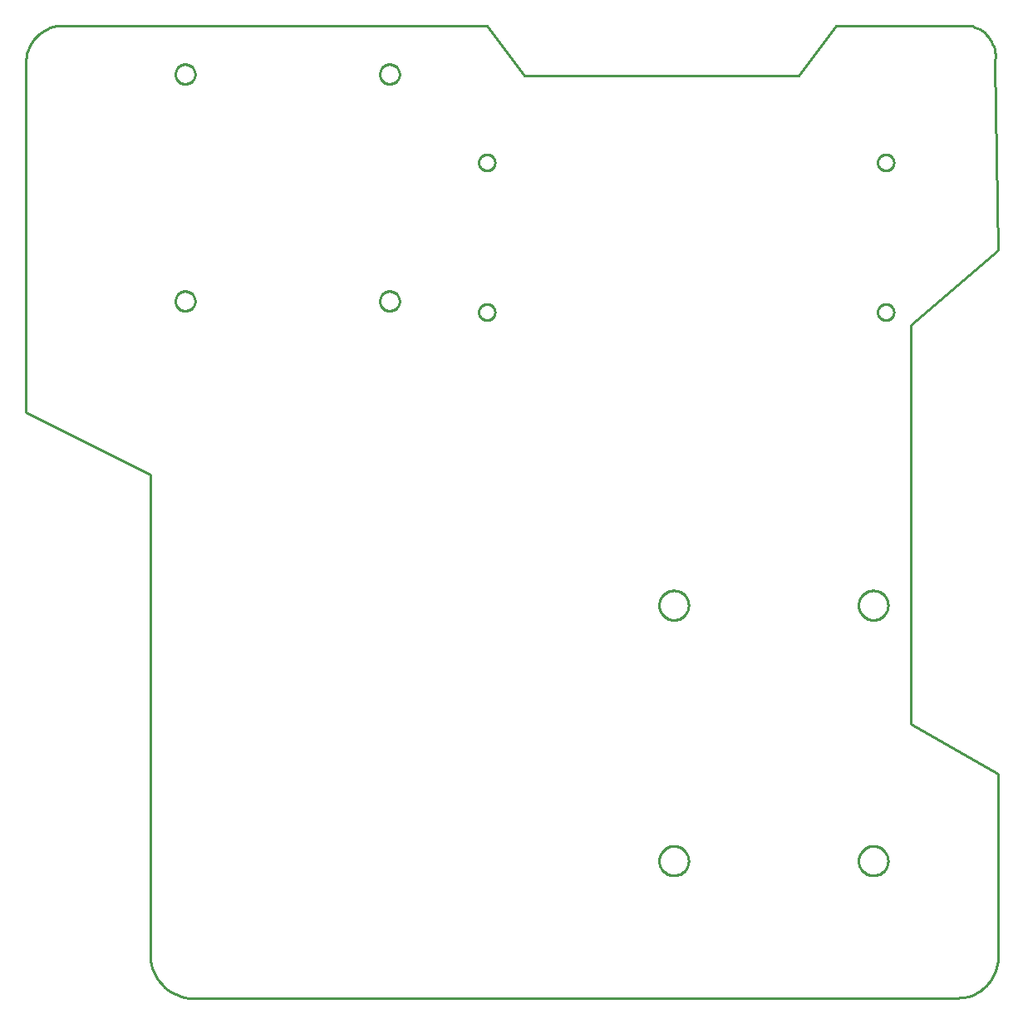
<source format=gbr>
G04 EAGLE Gerber X2 export*
%TF.Part,Single*%
%TF.FileFunction,Profile,NP*%
%TF.FilePolarity,Positive*%
%TF.GenerationSoftware,Autodesk,EAGLE,8.6.3*%
%TF.CreationDate,2019-03-08T18:13:08Z*%
G75*
%MOMM*%
%FSLAX34Y34*%
%LPD*%
%AMOC8*
5,1,8,0,0,1.08239X$1,22.5*%
G01*
%ADD10C,0.254000*%


D10*
X0Y596900D02*
X127000Y533400D01*
X127000Y38100D01*
X127723Y34250D01*
X128778Y30478D01*
X130158Y26812D01*
X131853Y23280D01*
X133848Y19910D01*
X136130Y16726D01*
X138681Y13753D01*
X141481Y11014D01*
X144509Y8529D01*
X147742Y6318D01*
X151156Y4396D01*
X154724Y2780D01*
X158420Y1481D01*
X162214Y509D01*
X166079Y-129D01*
X169985Y-427D01*
X173902Y-384D01*
X177800Y0D01*
X949200Y0D01*
X952808Y158D01*
X956389Y629D01*
X959915Y1411D01*
X963360Y2497D01*
X966696Y3879D01*
X969900Y5547D01*
X972946Y7487D01*
X975811Y9686D01*
X978474Y12126D01*
X980914Y14789D01*
X983113Y17654D01*
X985053Y20700D01*
X986721Y23904D01*
X988103Y27240D01*
X989189Y30685D01*
X989971Y34211D01*
X990442Y37792D01*
X990600Y41400D01*
X990600Y228600D01*
X901700Y279400D01*
X901700Y685800D01*
X990600Y762000D01*
X987300Y952400D01*
X987732Y955200D01*
X987919Y958027D01*
X987858Y960860D01*
X987551Y963676D01*
X987000Y966455D01*
X986208Y969176D01*
X985182Y971817D01*
X983930Y974358D01*
X982461Y976781D01*
X980787Y979067D01*
X978920Y981198D01*
X976874Y983158D01*
X974665Y984932D01*
X972310Y986507D01*
X969827Y987871D01*
X967234Y989013D01*
X964552Y989925D01*
X961800Y990600D01*
X825500Y990600D01*
X787400Y939800D01*
X508000Y939800D01*
X469900Y990600D01*
X38100Y990500D01*
X34779Y990355D01*
X31484Y989921D01*
X28239Y989202D01*
X25069Y988202D01*
X21998Y986930D01*
X19050Y985396D01*
X16247Y983610D01*
X13610Y981586D01*
X11159Y979341D01*
X8914Y976890D01*
X6890Y974253D01*
X5104Y971450D01*
X3570Y968502D01*
X2298Y965431D01*
X1298Y962261D01*
X579Y959016D01*
X145Y955721D01*
X0Y952400D01*
X0Y596900D01*
X868045Y698906D02*
X868125Y699713D01*
X868283Y700508D01*
X868518Y701284D01*
X868829Y702034D01*
X869211Y702749D01*
X869662Y703423D01*
X870176Y704050D01*
X870750Y704624D01*
X871377Y705138D01*
X872051Y705589D01*
X872766Y705971D01*
X873516Y706282D01*
X874292Y706517D01*
X875087Y706676D01*
X875894Y706755D01*
X876706Y706755D01*
X877513Y706676D01*
X878308Y706517D01*
X879084Y706282D01*
X879834Y705971D01*
X880549Y705589D01*
X881223Y705138D01*
X881850Y704624D01*
X882424Y704050D01*
X882938Y703423D01*
X883389Y702749D01*
X883771Y702034D01*
X884082Y701284D01*
X884317Y700508D01*
X884476Y699713D01*
X884555Y698906D01*
X884555Y698094D01*
X884476Y697287D01*
X884317Y696492D01*
X884082Y695716D01*
X883771Y694966D01*
X883389Y694251D01*
X882938Y693577D01*
X882424Y692950D01*
X881850Y692376D01*
X881223Y691862D01*
X880549Y691411D01*
X879834Y691029D01*
X879084Y690718D01*
X878308Y690483D01*
X877513Y690325D01*
X876706Y690245D01*
X875894Y690245D01*
X875087Y690325D01*
X874292Y690483D01*
X873516Y690718D01*
X872766Y691029D01*
X872051Y691411D01*
X871377Y691862D01*
X870750Y692376D01*
X870176Y692950D01*
X869662Y693577D01*
X869211Y694251D01*
X868829Y694966D01*
X868518Y695716D01*
X868283Y696492D01*
X868125Y697287D01*
X868045Y698094D01*
X868045Y698906D01*
X868045Y851306D02*
X868125Y852113D01*
X868283Y852908D01*
X868518Y853684D01*
X868829Y854434D01*
X869211Y855149D01*
X869662Y855823D01*
X870176Y856450D01*
X870750Y857024D01*
X871377Y857538D01*
X872051Y857989D01*
X872766Y858371D01*
X873516Y858682D01*
X874292Y858917D01*
X875087Y859076D01*
X875894Y859155D01*
X876706Y859155D01*
X877513Y859076D01*
X878308Y858917D01*
X879084Y858682D01*
X879834Y858371D01*
X880549Y857989D01*
X881223Y857538D01*
X881850Y857024D01*
X882424Y856450D01*
X882938Y855823D01*
X883389Y855149D01*
X883771Y854434D01*
X884082Y853684D01*
X884317Y852908D01*
X884476Y852113D01*
X884555Y851306D01*
X884555Y850494D01*
X884476Y849687D01*
X884317Y848892D01*
X884082Y848116D01*
X883771Y847366D01*
X883389Y846651D01*
X882938Y845977D01*
X882424Y845350D01*
X881850Y844776D01*
X881223Y844262D01*
X880549Y843811D01*
X879834Y843429D01*
X879084Y843118D01*
X878308Y842883D01*
X877513Y842725D01*
X876706Y842645D01*
X875894Y842645D01*
X875087Y842725D01*
X874292Y842883D01*
X873516Y843118D01*
X872766Y843429D01*
X872051Y843811D01*
X871377Y844262D01*
X870750Y844776D01*
X870176Y845350D01*
X869662Y845977D01*
X869211Y846651D01*
X868829Y847366D01*
X868518Y848116D01*
X868283Y848892D01*
X868125Y849687D01*
X868045Y850494D01*
X868045Y851306D01*
X461645Y851306D02*
X461725Y852113D01*
X461883Y852908D01*
X462118Y853684D01*
X462429Y854434D01*
X462811Y855149D01*
X463262Y855823D01*
X463776Y856450D01*
X464350Y857024D01*
X464977Y857538D01*
X465651Y857989D01*
X466366Y858371D01*
X467116Y858682D01*
X467892Y858917D01*
X468687Y859076D01*
X469494Y859155D01*
X470306Y859155D01*
X471113Y859076D01*
X471908Y858917D01*
X472684Y858682D01*
X473434Y858371D01*
X474149Y857989D01*
X474823Y857538D01*
X475450Y857024D01*
X476024Y856450D01*
X476538Y855823D01*
X476989Y855149D01*
X477371Y854434D01*
X477682Y853684D01*
X477917Y852908D01*
X478076Y852113D01*
X478155Y851306D01*
X478155Y850494D01*
X478076Y849687D01*
X477917Y848892D01*
X477682Y848116D01*
X477371Y847366D01*
X476989Y846651D01*
X476538Y845977D01*
X476024Y845350D01*
X475450Y844776D01*
X474823Y844262D01*
X474149Y843811D01*
X473434Y843429D01*
X472684Y843118D01*
X471908Y842883D01*
X471113Y842725D01*
X470306Y842645D01*
X469494Y842645D01*
X468687Y842725D01*
X467892Y842883D01*
X467116Y843118D01*
X466366Y843429D01*
X465651Y843811D01*
X464977Y844262D01*
X464350Y844776D01*
X463776Y845350D01*
X463262Y845977D01*
X462811Y846651D01*
X462429Y847366D01*
X462118Y848116D01*
X461883Y848892D01*
X461725Y849687D01*
X461645Y850494D01*
X461645Y851306D01*
X461645Y698906D02*
X461725Y699713D01*
X461883Y700508D01*
X462118Y701284D01*
X462429Y702034D01*
X462811Y702749D01*
X463262Y703423D01*
X463776Y704050D01*
X464350Y704624D01*
X464977Y705138D01*
X465651Y705589D01*
X466366Y705971D01*
X467116Y706282D01*
X467892Y706517D01*
X468687Y706676D01*
X469494Y706755D01*
X470306Y706755D01*
X471113Y706676D01*
X471908Y706517D01*
X472684Y706282D01*
X473434Y705971D01*
X474149Y705589D01*
X474823Y705138D01*
X475450Y704624D01*
X476024Y704050D01*
X476538Y703423D01*
X476989Y702749D01*
X477371Y702034D01*
X477682Y701284D01*
X477917Y700508D01*
X478076Y699713D01*
X478155Y698906D01*
X478155Y698094D01*
X478076Y697287D01*
X477917Y696492D01*
X477682Y695716D01*
X477371Y694966D01*
X476989Y694251D01*
X476538Y693577D01*
X476024Y692950D01*
X475450Y692376D01*
X474823Y691862D01*
X474149Y691411D01*
X473434Y691029D01*
X472684Y690718D01*
X471908Y690483D01*
X471113Y690325D01*
X470306Y690245D01*
X469494Y690245D01*
X468687Y690325D01*
X467892Y690483D01*
X467116Y690718D01*
X466366Y691029D01*
X465651Y691411D01*
X464977Y691862D01*
X464350Y692376D01*
X463776Y692950D01*
X463262Y693577D01*
X462811Y694251D01*
X462429Y694966D01*
X462118Y695716D01*
X461883Y696492D01*
X461725Y697287D01*
X461645Y698094D01*
X461645Y698906D01*
X172560Y940633D02*
X172484Y939764D01*
X172332Y938904D01*
X172106Y938060D01*
X171808Y937240D01*
X171439Y936448D01*
X171002Y935692D01*
X170501Y934977D01*
X169940Y934308D01*
X169322Y933690D01*
X168653Y933129D01*
X167938Y932628D01*
X167182Y932191D01*
X166390Y931822D01*
X165570Y931524D01*
X164726Y931298D01*
X163867Y931146D01*
X162997Y931070D01*
X162123Y931070D01*
X161254Y931146D01*
X160394Y931298D01*
X159550Y931524D01*
X158730Y931822D01*
X157938Y932191D01*
X157182Y932628D01*
X156467Y933129D01*
X155798Y933690D01*
X155180Y934308D01*
X154619Y934977D01*
X154118Y935692D01*
X153681Y936448D01*
X153312Y937240D01*
X153014Y938060D01*
X152788Y938904D01*
X152636Y939764D01*
X152560Y940633D01*
X152560Y941507D01*
X152636Y942377D01*
X152788Y943236D01*
X153014Y944080D01*
X153312Y944900D01*
X153681Y945692D01*
X154118Y946448D01*
X154619Y947163D01*
X155180Y947832D01*
X155798Y948450D01*
X156467Y949011D01*
X157182Y949512D01*
X157938Y949949D01*
X158730Y950318D01*
X159550Y950616D01*
X160394Y950842D01*
X161254Y950994D01*
X162123Y951070D01*
X162997Y951070D01*
X163867Y950994D01*
X164726Y950842D01*
X165570Y950616D01*
X166390Y950318D01*
X167182Y949949D01*
X167938Y949512D01*
X168653Y949011D01*
X169322Y948450D01*
X169940Y947832D01*
X170501Y947163D01*
X171002Y946448D01*
X171439Y945692D01*
X171808Y944900D01*
X172106Y944080D01*
X172332Y943236D01*
X172484Y942377D01*
X172560Y941507D01*
X172560Y940633D01*
X380840Y940633D02*
X380764Y939764D01*
X380612Y938904D01*
X380386Y938060D01*
X380088Y937240D01*
X379719Y936448D01*
X379282Y935692D01*
X378781Y934977D01*
X378220Y934308D01*
X377602Y933690D01*
X376933Y933129D01*
X376218Y932628D01*
X375462Y932191D01*
X374670Y931822D01*
X373850Y931524D01*
X373006Y931298D01*
X372147Y931146D01*
X371277Y931070D01*
X370403Y931070D01*
X369534Y931146D01*
X368674Y931298D01*
X367830Y931524D01*
X367010Y931822D01*
X366218Y932191D01*
X365462Y932628D01*
X364747Y933129D01*
X364078Y933690D01*
X363460Y934308D01*
X362899Y934977D01*
X362398Y935692D01*
X361961Y936448D01*
X361592Y937240D01*
X361294Y938060D01*
X361068Y938904D01*
X360916Y939764D01*
X360840Y940633D01*
X360840Y941507D01*
X360916Y942377D01*
X361068Y943236D01*
X361294Y944080D01*
X361592Y944900D01*
X361961Y945692D01*
X362398Y946448D01*
X362899Y947163D01*
X363460Y947832D01*
X364078Y948450D01*
X364747Y949011D01*
X365462Y949512D01*
X366218Y949949D01*
X367010Y950318D01*
X367830Y950616D01*
X368674Y950842D01*
X369534Y950994D01*
X370403Y951070D01*
X371277Y951070D01*
X372147Y950994D01*
X373006Y950842D01*
X373850Y950616D01*
X374670Y950318D01*
X375462Y949949D01*
X376218Y949512D01*
X376933Y949011D01*
X377602Y948450D01*
X378220Y947832D01*
X378781Y947163D01*
X379282Y946448D01*
X379719Y945692D01*
X380088Y944900D01*
X380386Y944080D01*
X380612Y943236D01*
X380764Y942377D01*
X380840Y941507D01*
X380840Y940633D01*
X380840Y709493D02*
X380764Y708624D01*
X380612Y707764D01*
X380386Y706920D01*
X380088Y706100D01*
X379719Y705308D01*
X379282Y704552D01*
X378781Y703837D01*
X378220Y703168D01*
X377602Y702550D01*
X376933Y701989D01*
X376218Y701488D01*
X375462Y701051D01*
X374670Y700682D01*
X373850Y700384D01*
X373006Y700158D01*
X372147Y700006D01*
X371277Y699930D01*
X370403Y699930D01*
X369534Y700006D01*
X368674Y700158D01*
X367830Y700384D01*
X367010Y700682D01*
X366218Y701051D01*
X365462Y701488D01*
X364747Y701989D01*
X364078Y702550D01*
X363460Y703168D01*
X362899Y703837D01*
X362398Y704552D01*
X361961Y705308D01*
X361592Y706100D01*
X361294Y706920D01*
X361068Y707764D01*
X360916Y708624D01*
X360840Y709493D01*
X360840Y710367D01*
X360916Y711237D01*
X361068Y712096D01*
X361294Y712940D01*
X361592Y713760D01*
X361961Y714552D01*
X362398Y715308D01*
X362899Y716023D01*
X363460Y716692D01*
X364078Y717310D01*
X364747Y717871D01*
X365462Y718372D01*
X366218Y718809D01*
X367010Y719178D01*
X367830Y719476D01*
X368674Y719702D01*
X369534Y719854D01*
X370403Y719930D01*
X371277Y719930D01*
X372147Y719854D01*
X373006Y719702D01*
X373850Y719476D01*
X374670Y719178D01*
X375462Y718809D01*
X376218Y718372D01*
X376933Y717871D01*
X377602Y717310D01*
X378220Y716692D01*
X378781Y716023D01*
X379282Y715308D01*
X379719Y714552D01*
X380088Y713760D01*
X380386Y712940D01*
X380612Y712096D01*
X380764Y711237D01*
X380840Y710367D01*
X380840Y709493D01*
X172560Y709493D02*
X172484Y708624D01*
X172332Y707764D01*
X172106Y706920D01*
X171808Y706100D01*
X171439Y705308D01*
X171002Y704552D01*
X170501Y703837D01*
X169940Y703168D01*
X169322Y702550D01*
X168653Y701989D01*
X167938Y701488D01*
X167182Y701051D01*
X166390Y700682D01*
X165570Y700384D01*
X164726Y700158D01*
X163867Y700006D01*
X162997Y699930D01*
X162123Y699930D01*
X161254Y700006D01*
X160394Y700158D01*
X159550Y700384D01*
X158730Y700682D01*
X157938Y701051D01*
X157182Y701488D01*
X156467Y701989D01*
X155798Y702550D01*
X155180Y703168D01*
X154619Y703837D01*
X154118Y704552D01*
X153681Y705308D01*
X153312Y706100D01*
X153014Y706920D01*
X152788Y707764D01*
X152636Y708624D01*
X152560Y709493D01*
X152560Y710367D01*
X152636Y711237D01*
X152788Y712096D01*
X153014Y712940D01*
X153312Y713760D01*
X153681Y714552D01*
X154118Y715308D01*
X154619Y716023D01*
X155180Y716692D01*
X155798Y717310D01*
X156467Y717871D01*
X157182Y718372D01*
X157938Y718809D01*
X158730Y719178D01*
X159550Y719476D01*
X160394Y719702D01*
X161254Y719854D01*
X162123Y719930D01*
X162997Y719930D01*
X163867Y719854D01*
X164726Y719702D01*
X165570Y719476D01*
X166390Y719178D01*
X167182Y718809D01*
X167938Y718372D01*
X168653Y717871D01*
X169322Y717310D01*
X169940Y716692D01*
X170501Y716023D01*
X171002Y715308D01*
X171439Y714552D01*
X171808Y713760D01*
X172106Y712940D01*
X172332Y712096D01*
X172484Y711237D01*
X172560Y710367D01*
X172560Y709493D01*
X863064Y385050D02*
X861996Y385126D01*
X860935Y385279D01*
X859888Y385507D01*
X858860Y385809D01*
X857856Y386183D01*
X856881Y386628D01*
X855941Y387142D01*
X855040Y387721D01*
X854182Y388363D01*
X853372Y389065D01*
X852615Y389822D01*
X851913Y390632D01*
X851271Y391490D01*
X850692Y392391D01*
X850178Y393331D01*
X849733Y394306D01*
X849359Y395310D01*
X849057Y396338D01*
X848829Y397385D01*
X848676Y398446D01*
X848600Y399514D01*
X848600Y400586D01*
X848676Y401654D01*
X848829Y402715D01*
X849057Y403762D01*
X849359Y404790D01*
X849733Y405794D01*
X850178Y406769D01*
X850692Y407709D01*
X851271Y408610D01*
X851913Y409468D01*
X852615Y410278D01*
X853372Y411035D01*
X854182Y411737D01*
X855040Y412379D01*
X855941Y412958D01*
X856881Y413472D01*
X857856Y413917D01*
X858860Y414291D01*
X859888Y414593D01*
X860935Y414821D01*
X861996Y414974D01*
X863064Y415050D01*
X864136Y415050D01*
X865204Y414974D01*
X866265Y414821D01*
X867312Y414593D01*
X868340Y414291D01*
X869344Y413917D01*
X870319Y413472D01*
X871259Y412958D01*
X872160Y412379D01*
X873018Y411737D01*
X873828Y411035D01*
X874585Y410278D01*
X875287Y409468D01*
X875929Y408610D01*
X876508Y407709D01*
X877022Y406769D01*
X877467Y405794D01*
X877841Y404790D01*
X878143Y403762D01*
X878371Y402715D01*
X878524Y401654D01*
X878600Y400586D01*
X878600Y399514D01*
X878524Y398446D01*
X878371Y397385D01*
X878143Y396338D01*
X877841Y395310D01*
X877467Y394306D01*
X877022Y393331D01*
X876508Y392391D01*
X875929Y391490D01*
X875287Y390632D01*
X874585Y389822D01*
X873828Y389065D01*
X873018Y388363D01*
X872160Y387721D01*
X871259Y387142D01*
X870319Y386628D01*
X869344Y386183D01*
X868340Y385809D01*
X867312Y385507D01*
X866265Y385279D01*
X865204Y385126D01*
X864136Y385050D01*
X863064Y385050D01*
X659864Y385050D02*
X658796Y385126D01*
X657735Y385279D01*
X656688Y385507D01*
X655660Y385809D01*
X654656Y386183D01*
X653681Y386628D01*
X652741Y387142D01*
X651840Y387721D01*
X650982Y388363D01*
X650172Y389065D01*
X649415Y389822D01*
X648713Y390632D01*
X648071Y391490D01*
X647492Y392391D01*
X646978Y393331D01*
X646533Y394306D01*
X646159Y395310D01*
X645857Y396338D01*
X645629Y397385D01*
X645476Y398446D01*
X645400Y399514D01*
X645400Y400586D01*
X645476Y401654D01*
X645629Y402715D01*
X645857Y403762D01*
X646159Y404790D01*
X646533Y405794D01*
X646978Y406769D01*
X647492Y407709D01*
X648071Y408610D01*
X648713Y409468D01*
X649415Y410278D01*
X650172Y411035D01*
X650982Y411737D01*
X651840Y412379D01*
X652741Y412958D01*
X653681Y413472D01*
X654656Y413917D01*
X655660Y414291D01*
X656688Y414593D01*
X657735Y414821D01*
X658796Y414974D01*
X659864Y415050D01*
X660936Y415050D01*
X662004Y414974D01*
X663065Y414821D01*
X664112Y414593D01*
X665140Y414291D01*
X666144Y413917D01*
X667119Y413472D01*
X668059Y412958D01*
X668960Y412379D01*
X669818Y411737D01*
X670628Y411035D01*
X671385Y410278D01*
X672087Y409468D01*
X672729Y408610D01*
X673308Y407709D01*
X673822Y406769D01*
X674267Y405794D01*
X674641Y404790D01*
X674943Y403762D01*
X675171Y402715D01*
X675324Y401654D01*
X675400Y400586D01*
X675400Y399514D01*
X675324Y398446D01*
X675171Y397385D01*
X674943Y396338D01*
X674641Y395310D01*
X674267Y394306D01*
X673822Y393331D01*
X673308Y392391D01*
X672729Y391490D01*
X672087Y390632D01*
X671385Y389822D01*
X670628Y389065D01*
X669818Y388363D01*
X668960Y387721D01*
X668059Y387142D01*
X667119Y386628D01*
X666144Y386183D01*
X665140Y385809D01*
X664112Y385507D01*
X663065Y385279D01*
X662004Y385126D01*
X660936Y385050D01*
X659864Y385050D01*
X659864Y124700D02*
X658796Y124776D01*
X657735Y124929D01*
X656688Y125157D01*
X655660Y125459D01*
X654656Y125833D01*
X653681Y126278D01*
X652741Y126792D01*
X651840Y127371D01*
X650982Y128013D01*
X650172Y128715D01*
X649415Y129472D01*
X648713Y130282D01*
X648071Y131140D01*
X647492Y132041D01*
X646978Y132981D01*
X646533Y133956D01*
X646159Y134960D01*
X645857Y135988D01*
X645629Y137035D01*
X645476Y138096D01*
X645400Y139164D01*
X645400Y140236D01*
X645476Y141304D01*
X645629Y142365D01*
X645857Y143412D01*
X646159Y144440D01*
X646533Y145444D01*
X646978Y146419D01*
X647492Y147359D01*
X648071Y148260D01*
X648713Y149118D01*
X649415Y149928D01*
X650172Y150685D01*
X650982Y151387D01*
X651840Y152029D01*
X652741Y152608D01*
X653681Y153122D01*
X654656Y153567D01*
X655660Y153941D01*
X656688Y154243D01*
X657735Y154471D01*
X658796Y154624D01*
X659864Y154700D01*
X660936Y154700D01*
X662004Y154624D01*
X663065Y154471D01*
X664112Y154243D01*
X665140Y153941D01*
X666144Y153567D01*
X667119Y153122D01*
X668059Y152608D01*
X668960Y152029D01*
X669818Y151387D01*
X670628Y150685D01*
X671385Y149928D01*
X672087Y149118D01*
X672729Y148260D01*
X673308Y147359D01*
X673822Y146419D01*
X674267Y145444D01*
X674641Y144440D01*
X674943Y143412D01*
X675171Y142365D01*
X675324Y141304D01*
X675400Y140236D01*
X675400Y139164D01*
X675324Y138096D01*
X675171Y137035D01*
X674943Y135988D01*
X674641Y134960D01*
X674267Y133956D01*
X673822Y132981D01*
X673308Y132041D01*
X672729Y131140D01*
X672087Y130282D01*
X671385Y129472D01*
X670628Y128715D01*
X669818Y128013D01*
X668960Y127371D01*
X668059Y126792D01*
X667119Y126278D01*
X666144Y125833D01*
X665140Y125459D01*
X664112Y125157D01*
X663065Y124929D01*
X662004Y124776D01*
X660936Y124700D01*
X659864Y124700D01*
X863064Y124700D02*
X861996Y124776D01*
X860935Y124929D01*
X859888Y125157D01*
X858860Y125459D01*
X857856Y125833D01*
X856881Y126278D01*
X855941Y126792D01*
X855040Y127371D01*
X854182Y128013D01*
X853372Y128715D01*
X852615Y129472D01*
X851913Y130282D01*
X851271Y131140D01*
X850692Y132041D01*
X850178Y132981D01*
X849733Y133956D01*
X849359Y134960D01*
X849057Y135988D01*
X848829Y137035D01*
X848676Y138096D01*
X848600Y139164D01*
X848600Y140236D01*
X848676Y141304D01*
X848829Y142365D01*
X849057Y143412D01*
X849359Y144440D01*
X849733Y145444D01*
X850178Y146419D01*
X850692Y147359D01*
X851271Y148260D01*
X851913Y149118D01*
X852615Y149928D01*
X853372Y150685D01*
X854182Y151387D01*
X855040Y152029D01*
X855941Y152608D01*
X856881Y153122D01*
X857856Y153567D01*
X858860Y153941D01*
X859888Y154243D01*
X860935Y154471D01*
X861996Y154624D01*
X863064Y154700D01*
X864136Y154700D01*
X865204Y154624D01*
X866265Y154471D01*
X867312Y154243D01*
X868340Y153941D01*
X869344Y153567D01*
X870319Y153122D01*
X871259Y152608D01*
X872160Y152029D01*
X873018Y151387D01*
X873828Y150685D01*
X874585Y149928D01*
X875287Y149118D01*
X875929Y148260D01*
X876508Y147359D01*
X877022Y146419D01*
X877467Y145444D01*
X877841Y144440D01*
X878143Y143412D01*
X878371Y142365D01*
X878524Y141304D01*
X878600Y140236D01*
X878600Y139164D01*
X878524Y138096D01*
X878371Y137035D01*
X878143Y135988D01*
X877841Y134960D01*
X877467Y133956D01*
X877022Y132981D01*
X876508Y132041D01*
X875929Y131140D01*
X875287Y130282D01*
X874585Y129472D01*
X873828Y128715D01*
X873018Y128013D01*
X872160Y127371D01*
X871259Y126792D01*
X870319Y126278D01*
X869344Y125833D01*
X868340Y125459D01*
X867312Y125157D01*
X866265Y124929D01*
X865204Y124776D01*
X864136Y124700D01*
X863064Y124700D01*
M02*

</source>
